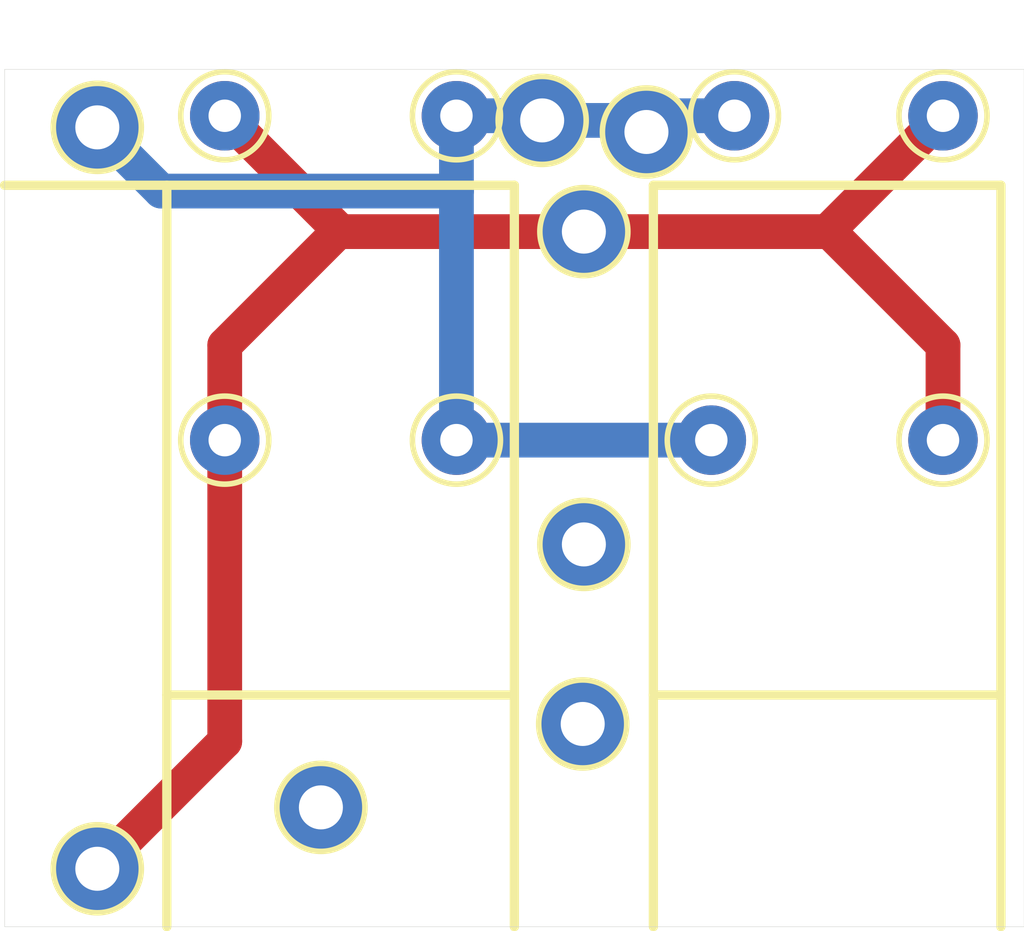
<source format=kicad_pcb>
(kicad_pcb (version 20171130) (host pcbnew "(5.0.1-3-g963ef8bb5)")

  (general
    (thickness 1.6)
    (drawings 12)
    (tracks 24)
    (zones 0)
    (modules 16)
    (nets 6)
  )

  (page A4)
  (layers
    (0 F.Cu signal)
    (31 B.Cu signal)
    (32 B.Adhes user)
    (33 F.Adhes user)
    (34 B.Paste user)
    (35 F.Paste user)
    (36 B.SilkS user)
    (37 F.SilkS user)
    (38 B.Mask user)
    (39 F.Mask user)
    (40 Dwgs.User user)
    (41 Cmts.User user hide)
    (42 Eco1.User user hide)
    (43 Eco2.User user hide)
    (44 Edge.Cuts user)
    (45 Margin user hide)
    (46 B.CrtYd user)
    (47 F.CrtYd user hide)
    (48 B.Fab user)
    (49 F.Fab user hide)
  )

  (setup
    (last_trace_width 0.25)
    (trace_clearance 0.2)
    (zone_clearance 0.508)
    (zone_45_only no)
    (trace_min 0.2)
    (segment_width 0.2)
    (edge_width 0.15)
    (via_size 0.8)
    (via_drill 0.4)
    (via_min_size 0.4)
    (via_min_drill 0.3)
    (uvia_size 0.3)
    (uvia_drill 0.1)
    (uvias_allowed no)
    (uvia_min_size 0.2)
    (uvia_min_drill 0.1)
    (pcb_text_width 0.3)
    (pcb_text_size 1.5 1.5)
    (mod_edge_width 0.15)
    (mod_text_size 1 1)
    (mod_text_width 0.15)
    (pad_size 1.8 1.8)
    (pad_drill 0.95)
    (pad_to_mask_clearance 0.051)
    (solder_mask_min_width 0.25)
    (aux_axis_origin 0 0)
    (visible_elements FFFFFF7F)
    (pcbplotparams
      (layerselection 0x010fc_ffffffff)
      (usegerberextensions false)
      (usegerberattributes false)
      (usegerberadvancedattributes false)
      (creategerberjobfile false)
      (excludeedgelayer true)
      (linewidth 0.100000)
      (plotframeref false)
      (viasonmask false)
      (mode 1)
      (useauxorigin false)
      (hpglpennumber 1)
      (hpglpenspeed 20)
      (hpglpendiameter 15.000000)
      (psnegative false)
      (psa4output false)
      (plotreference true)
      (plotvalue true)
      (plotinvisibletext false)
      (padsonsilk false)
      (subtractmaskfromsilk false)
      (outputformat 1)
      (mirror false)
      (drillshape 1)
      (scaleselection 1)
      (outputdirectory ""))
  )

  (net 0 "")
  (net 1 "Net-(J1-Pad1)")
  (net 2 "Net-(J10-Pad1)")
  (net 3 "Net-(J14-Pad1)")
  (net 4 "Net-(J15-Pad1)")
  (net 5 "Net-(J16-Pad1)")

  (net_class Default "This is the default net class."
    (clearance 0.2)
    (trace_width 0.25)
    (via_dia 0.8)
    (via_drill 0.4)
    (uvia_dia 0.3)
    (uvia_drill 0.1)
    (add_net "Net-(J14-Pad1)")
    (add_net "Net-(J15-Pad1)")
    (add_net "Net-(J16-Pad1)")
  )

  (net_class trk50 ""
    (clearance 0.2)
    (trace_width 0.5)
    (via_dia 0.8)
    (via_drill 0.4)
    (uvia_dia 0.3)
    (uvia_drill 0.1)
  )

  (net_class trk75 ""
    (clearance 0.2)
    (trace_width 0.75)
    (via_dia 0.8)
    (via_drill 0.4)
    (uvia_dia 0.3)
    (uvia_drill 0.1)
    (add_net "Net-(J1-Pad1)")
    (add_net "Net-(J10-Pad1)")
  )

  (module TestPoint:TestPoint_THTPad_D1.5mm_Drill0.7mm (layer F.Cu) (tedit 5CBA584E) (tstamp 5CBA5AAF)
    (at 74.35 121.35)
    (descr "THT pad as test Point, diameter 1.5mm, hole diameter 0.7mm")
    (tags "test point THT pad")
    (path /5C8A8A73)
    (attr virtual)
    (fp_text reference J1 (at 0 -1.648) (layer F.SilkS) hide
      (effects (font (size 1 1) (thickness 0.15)))
    )
    (fp_text value Conn_01x01 (at 0 1.75) (layer F.Fab)
      (effects (font (size 1 1) (thickness 0.15)))
    )
    (fp_text user %R (at 0 -1.65) (layer F.Fab)
      (effects (font (size 1 1) (thickness 0.15)))
    )
    (fp_circle (center 0 0) (end 1.25 0) (layer F.CrtYd) (width 0.05))
    (fp_circle (center 0 0) (end 0 0.95) (layer F.SilkS) (width 0.12))
    (pad 1 thru_hole circle (at 0 0) (size 1.8 1.8) (drill 0.95) (layers *.Cu *.Mask)
      (net 1 "Net-(J1-Pad1)"))
  )

  (module TestPoint:TestPoint_THTPad_D1.5mm_Drill0.7mm (layer F.Cu) (tedit 5CBA56DF) (tstamp 5CBA5AB6)
    (at 70.25 121)
    (descr "THT pad as test Point, diameter 1.5mm, hole diameter 0.7mm")
    (tags "test point THT pad")
    (path /5C8AD107)
    (attr virtual)
    (fp_text reference J2 (at 0 -1.648) (layer F.SilkS) hide
      (effects (font (size 1 1) (thickness 0.15)))
    )
    (fp_text value Conn_01x01 (at 0 1.75) (layer F.Fab)
      (effects (font (size 1 1) (thickness 0.15)))
    )
    (fp_text user %R (at 0 -1.65) (layer F.Fab)
      (effects (font (size 1 1) (thickness 0.15)))
    )
    (fp_circle (center 0 0) (end 1.25 0) (layer F.CrtYd) (width 0.05))
    (fp_circle (center 0 0) (end 0 0.95) (layer F.SilkS) (width 0.12))
    (pad 1 thru_hole circle (at 0 0) (size 1.5 1.5) (drill 0.7) (layers *.Cu *.Mask)
      (net 1 "Net-(J1-Pad1)"))
  )

  (module TestPoint:TestPoint_THTPad_D1.5mm_Drill0.7mm (layer F.Cu) (tedit 5CBA56F2) (tstamp 5CBA5ABD)
    (at 76.25 121)
    (descr "THT pad as test Point, diameter 1.5mm, hole diameter 0.7mm")
    (tags "test point THT pad")
    (path /5C8A8B53)
    (attr virtual)
    (fp_text reference J3 (at 0 -1.648) (layer F.SilkS) hide
      (effects (font (size 1 1) (thickness 0.15)))
    )
    (fp_text value Conn_01x01 (at 0 1.75) (layer F.Fab)
      (effects (font (size 1 1) (thickness 0.15)))
    )
    (fp_circle (center 0 0) (end 0 0.95) (layer F.SilkS) (width 0.12))
    (fp_circle (center 0 0) (end 1.25 0) (layer F.CrtYd) (width 0.05))
    (fp_text user %R (at 0 -1.65) (layer F.Fab)
      (effects (font (size 1 1) (thickness 0.15)))
    )
    (pad 1 thru_hole circle (at 0 0) (size 1.5 1.5) (drill 0.7) (layers *.Cu *.Mask)
      (net 1 "Net-(J1-Pad1)"))
  )

  (module TestPoint:TestPoint_THTPad_D1.5mm_Drill0.7mm (layer F.Cu) (tedit 5CBA56D8) (tstamp 5CBA5AC4)
    (at 65.25 121)
    (descr "THT pad as test Point, diameter 1.5mm, hole diameter 0.7mm")
    (tags "test point THT pad")
    (path /5C8AD1BF)
    (attr virtual)
    (fp_text reference J4 (at 0 -1.648) (layer F.SilkS) hide
      (effects (font (size 1 1) (thickness 0.15)))
    )
    (fp_text value Conn_01x01 (at 0 1.75) (layer F.Fab)
      (effects (font (size 1 1) (thickness 0.15)))
    )
    (fp_circle (center 0 0) (end 0 0.95) (layer F.SilkS) (width 0.12))
    (fp_circle (center 0 0) (end 1.25 0) (layer F.CrtYd) (width 0.05))
    (fp_text user %R (at 0 -1.65) (layer F.Fab)
      (effects (font (size 1 1) (thickness 0.15)))
    )
    (pad 1 thru_hole circle (at 0 0) (size 1.5 1.5) (drill 0.7) (layers *.Cu *.Mask)
      (net 2 "Net-(J10-Pad1)"))
  )

  (module TestPoint:TestPoint_THTPad_D1.5mm_Drill0.7mm (layer F.Cu) (tedit 5CBA585A) (tstamp 5CBA5ACB)
    (at 73 123.5)
    (descr "THT pad as test Point, diameter 1.5mm, hole diameter 0.7mm")
    (tags "test point THT pad")
    (path /5C8AD1E2)
    (attr virtual)
    (fp_text reference J5 (at 0 -1.648) (layer F.SilkS) hide
      (effects (font (size 1 1) (thickness 0.15)))
    )
    (fp_text value Conn_01x01 (at 0 1.75) (layer F.Fab)
      (effects (font (size 1 1) (thickness 0.15)))
    )
    (fp_text user %R (at 0 -1.65) (layer F.Fab)
      (effects (font (size 1 1) (thickness 0.15)))
    )
    (fp_circle (center 0 0) (end 1.25 0) (layer F.CrtYd) (width 0.05))
    (fp_circle (center 0 0) (end 0 0.95) (layer F.SilkS) (width 0.12))
    (pad 1 thru_hole circle (at 0 0) (size 1.8 1.8) (drill 0.95) (layers *.Cu *.Mask)
      (net 2 "Net-(J10-Pad1)"))
  )

  (module TestPoint:TestPoint_THTPad_D1.5mm_Drill0.7mm (layer F.Cu) (tedit 5CBA56F7) (tstamp 5CBA5AD2)
    (at 80.75 121)
    (descr "THT pad as test Point, diameter 1.5mm, hole diameter 0.7mm")
    (tags "test point THT pad")
    (path /5C8AD205)
    (attr virtual)
    (fp_text reference J6 (at 0 -1.648) (layer F.SilkS) hide
      (effects (font (size 1 1) (thickness 0.15)))
    )
    (fp_text value Conn_01x01 (at 0 1.75) (layer F.Fab)
      (effects (font (size 1 1) (thickness 0.15)))
    )
    (fp_circle (center 0 0) (end 0 0.95) (layer F.SilkS) (width 0.12))
    (fp_circle (center 0 0) (end 1.25 0) (layer F.CrtYd) (width 0.05))
    (fp_text user %R (at 0 -1.65) (layer F.Fab)
      (effects (font (size 1 1) (thickness 0.15)))
    )
    (pad 1 thru_hole circle (at 0 0) (size 1.5 1.5) (drill 0.7) (layers *.Cu *.Mask)
      (net 2 "Net-(J10-Pad1)"))
  )

  (module TestPoint:TestPoint_THTPad_D1.5mm_Drill0.7mm (layer F.Cu) (tedit 5CBC9A04) (tstamp 5CBA5AD9)
    (at 62.5 121.25)
    (descr "THT pad as test Point, diameter 1.5mm, hole diameter 0.7mm")
    (tags "test point THT pad")
    (path /5C8C1DA8)
    (attr virtual)
    (fp_text reference J7 (at 0 -1.648) (layer F.SilkS) hide
      (effects (font (size 1 1) (thickness 0.15)))
    )
    (fp_text value Conn_01x01 (at 0 1.75) (layer F.Fab)
      (effects (font (size 1 1) (thickness 0.15)))
    )
    (fp_text user %R (at 0 -1.65) (layer F.Fab)
      (effects (font (size 1 1) (thickness 0.15)))
    )
    (fp_circle (center 0 0) (end 1.25 0) (layer F.CrtYd) (width 0.05))
    (fp_circle (center 0 0) (end 0 0.95) (layer F.SilkS) (width 0.12))
    (pad 1 thru_hole circle (at 0 0) (size 1.8 1.8) (drill 0.95) (layers *.Cu *.Mask)
      (net 1 "Net-(J1-Pad1)"))
  )

  (module TestPoint:TestPoint_THTPad_D1.5mm_Drill0.7mm (layer F.Cu) (tedit 5CBA574B) (tstamp 5CBA5AE0)
    (at 62.5 137.25)
    (descr "THT pad as test Point, diameter 1.5mm, hole diameter 0.7mm")
    (tags "test point THT pad")
    (path /5C8C1E79)
    (attr virtual)
    (fp_text reference J8 (at 0 -1.648) (layer F.SilkS) hide
      (effects (font (size 1 1) (thickness 0.15)))
    )
    (fp_text value Conn_01x01 (at 0 1.75) (layer F.Fab)
      (effects (font (size 1 1) (thickness 0.15)))
    )
    (fp_circle (center 0 0) (end 0 0.95) (layer F.SilkS) (width 0.12))
    (fp_circle (center 0 0) (end 1.25 0) (layer F.CrtYd) (width 0.05))
    (fp_text user %R (at 0 -1.65) (layer F.Fab)
      (effects (font (size 1 1) (thickness 0.15)))
    )
    (pad 1 thru_hole circle (at 0 0) (size 1.8 1.8) (drill 0.95) (layers *.Cu *.Mask)
      (net 2 "Net-(J10-Pad1)"))
  )

  (module TestPoint:TestPoint_THTPad_D1.5mm_Drill0.7mm (layer F.Cu) (tedit 5CBA570A) (tstamp 5CBA5AE7)
    (at 75.75 128)
    (descr "THT pad as test Point, diameter 1.5mm, hole diameter 0.7mm")
    (tags "test point THT pad")
    (path /5C8C1DD8)
    (attr virtual)
    (fp_text reference J9 (at 0 -1.648) (layer F.SilkS) hide
      (effects (font (size 1 1) (thickness 0.15)))
    )
    (fp_text value Conn_01x01 (at 0 1.75) (layer F.Fab)
      (effects (font (size 1 1) (thickness 0.15)))
    )
    (fp_circle (center 0 0) (end 0 0.95) (layer F.SilkS) (width 0.12))
    (fp_circle (center 0 0) (end 1.25 0) (layer F.CrtYd) (width 0.05))
    (fp_text user %R (at 0 -1.65) (layer F.Fab)
      (effects (font (size 1 1) (thickness 0.15)))
    )
    (pad 1 thru_hole circle (at 0 0) (size 1.5 1.5) (drill 0.7) (layers *.Cu *.Mask)
      (net 1 "Net-(J1-Pad1)"))
  )

  (module TestPoint:TestPoint_THTPad_D1.5mm_Drill0.7mm (layer F.Cu) (tedit 5CBA5705) (tstamp 5CBA5AEE)
    (at 80.75 128)
    (descr "THT pad as test Point, diameter 1.5mm, hole diameter 0.7mm")
    (tags "test point THT pad")
    (path /5C8C1ECC)
    (attr virtual)
    (fp_text reference J10 (at 0 -1.648) (layer F.SilkS) hide
      (effects (font (size 1 1) (thickness 0.15)))
    )
    (fp_text value Conn_01x01 (at 0 1.75) (layer F.Fab)
      (effects (font (size 1 1) (thickness 0.15)))
    )
    (fp_text user %R (at 0 -1.65) (layer F.Fab)
      (effects (font (size 1 1) (thickness 0.15)))
    )
    (fp_circle (center 0 0) (end 1.25 0) (layer F.CrtYd) (width 0.05))
    (fp_circle (center 0 0) (end 0 0.95) (layer F.SilkS) (width 0.12))
    (pad 1 thru_hole circle (at 0 0) (size 1.5 1.5) (drill 0.7) (layers *.Cu *.Mask)
      (net 2 "Net-(J10-Pad1)"))
  )

  (module TestPoint:TestPoint_THTPad_D1.5mm_Drill0.7mm (layer F.Cu) (tedit 5CBA583F) (tstamp 5CBA5AF5)
    (at 72.1 121.1)
    (descr "THT pad as test Point, diameter 1.5mm, hole diameter 0.7mm")
    (tags "test point THT pad")
    (path /5C8C1E07)
    (attr virtual)
    (fp_text reference J11 (at 0 -1.648) (layer F.SilkS) hide
      (effects (font (size 1 1) (thickness 0.15)))
    )
    (fp_text value Conn_01x01 (at 0 1.75) (layer F.Fab)
      (effects (font (size 1 1) (thickness 0.15)))
    )
    (fp_text user %R (at 0 -1.65) (layer F.Fab)
      (effects (font (size 1 1) (thickness 0.15)))
    )
    (fp_circle (center 0 0) (end 1.25 0) (layer F.CrtYd) (width 0.05))
    (fp_circle (center 0 0) (end 0 0.95) (layer F.SilkS) (width 0.12))
    (pad 1 thru_hole circle (at 0 0) (size 1.8 1.8) (drill 0.95) (layers *.Cu *.Mask)
      (net 1 "Net-(J1-Pad1)"))
  )

  (module TestPoint:TestPoint_THTPad_D1.5mm_Drill0.7mm (layer F.Cu) (tedit 5CBA571C) (tstamp 5CBA5AFC)
    (at 65.25 128)
    (descr "THT pad as test Point, diameter 1.5mm, hole diameter 0.7mm")
    (tags "test point THT pad")
    (path /5C8C1F26)
    (attr virtual)
    (fp_text reference J12 (at 0 -1.648) (layer F.SilkS) hide
      (effects (font (size 1 1) (thickness 0.15)))
    )
    (fp_text value Conn_01x01 (at 0 1.75) (layer F.Fab)
      (effects (font (size 1 1) (thickness 0.15)))
    )
    (fp_circle (center 0 0) (end 0 0.95) (layer F.SilkS) (width 0.12))
    (fp_circle (center 0 0) (end 1.25 0) (layer F.CrtYd) (width 0.05))
    (fp_text user %R (at 0 -1.65) (layer F.Fab)
      (effects (font (size 1 1) (thickness 0.15)))
    )
    (pad 1 thru_hole circle (at 0 0) (size 1.5 1.5) (drill 0.7) (layers *.Cu *.Mask)
      (net 2 "Net-(J10-Pad1)"))
  )

  (module TestPoint:TestPoint_THTPad_D1.5mm_Drill0.7mm (layer F.Cu) (tedit 5CBA5716) (tstamp 5CBA5B03)
    (at 70.25 128)
    (descr "THT pad as test Point, diameter 1.5mm, hole diameter 0.7mm")
    (tags "test point THT pad")
    (path /5C8C202D)
    (attr virtual)
    (fp_text reference J13 (at 0 -1.648) (layer F.SilkS) hide
      (effects (font (size 1 1) (thickness 0.15)))
    )
    (fp_text value Conn_01x01 (at 0 1.75) (layer F.Fab)
      (effects (font (size 1 1) (thickness 0.15)))
    )
    (fp_text user %R (at 0 -1.65) (layer F.Fab)
      (effects (font (size 1 1) (thickness 0.15)))
    )
    (fp_circle (center 0 0) (end 1.25 0) (layer F.CrtYd) (width 0.05))
    (fp_circle (center 0 0) (end 0 0.95) (layer F.SilkS) (width 0.12))
    (pad 1 thru_hole circle (at 0 0) (size 1.5 1.5) (drill 0.7) (layers *.Cu *.Mask)
      (net 1 "Net-(J1-Pad1)"))
  )

  (module TestPoint:TestPoint_THTPad_D1.5mm_Drill0.7mm (layer F.Cu) (tedit 5CBC8944) (tstamp 5CBA5B0A)
    (at 73 130.25)
    (descr "THT pad as test Point, diameter 1.5mm, hole diameter 0.7mm")
    (tags "test point THT pad")
    (path /5C8C2CAF)
    (attr virtual)
    (fp_text reference J14 (at 0 -1.648) (layer F.SilkS) hide
      (effects (font (size 1 1) (thickness 0.15)))
    )
    (fp_text value Conn_01x01 (at 0 1.75) (layer F.Fab)
      (effects (font (size 1 1) (thickness 0.15)))
    )
    (fp_circle (center 0 0) (end 0 0.95) (layer F.SilkS) (width 0.12))
    (fp_circle (center 0 0) (end 1.25 0) (layer F.CrtYd) (width 0.05))
    (fp_text user %R (at 0 -1.65) (layer F.Fab)
      (effects (font (size 1 1) (thickness 0.15)))
    )
    (pad 1 thru_hole circle (at 0 0) (size 1.8 1.8) (drill 0.95) (layers *.Cu *.Mask)
      (net 3 "Net-(J14-Pad1)"))
  )

  (module TestPoint:TestPoint_THTPad_D1.5mm_Drill0.7mm (layer F.Cu) (tedit 5CBC9A5B) (tstamp 5CBA5B11)
    (at 67.325 135.925)
    (descr "THT pad as test Point, diameter 1.5mm, hole diameter 0.7mm")
    (tags "test point THT pad")
    (path /5C8C3AA7)
    (attr virtual)
    (fp_text reference J15 (at 0 -1.648) (layer F.SilkS) hide
      (effects (font (size 1 1) (thickness 0.15)))
    )
    (fp_text value Conn_01x01 (at 0 1.75) (layer F.Fab)
      (effects (font (size 1 1) (thickness 0.15)))
    )
    (fp_text user %R (at 0 -1.65) (layer F.Fab)
      (effects (font (size 1 1) (thickness 0.15)))
    )
    (fp_circle (center 0 0) (end 1.25 0) (layer F.CrtYd) (width 0.05))
    (fp_circle (center 0 0) (end 0 0.95) (layer F.SilkS) (width 0.12))
    (pad 1 thru_hole circle (at 0 0) (size 1.8 1.8) (drill 0.95) (layers *.Cu *.Mask)
      (net 4 "Net-(J15-Pad1)"))
  )

  (module TestPoint:TestPoint_THTPad_D1.5mm_Drill0.7mm (layer F.Cu) (tedit 5CBC8D82) (tstamp 5CBC85CE)
    (at 72.975 134.125)
    (descr "THT pad as test Point, diameter 1.5mm, hole diameter 0.7mm")
    (tags "test point THT pad")
    (path /5CBC86E0)
    (attr virtual)
    (fp_text reference J16 (at 0 -1.648) (layer F.SilkS) hide
      (effects (font (size 1 1) (thickness 0.15)))
    )
    (fp_text value Conn_01x01 (at 0 1.75) (layer F.Fab)
      (effects (font (size 1 1) (thickness 0.15)))
    )
    (fp_text user %R (at 0 -1.65) (layer F.Fab)
      (effects (font (size 1 1) (thickness 0.15)))
    )
    (fp_circle (center 0 0) (end 1.25 0) (layer F.CrtYd) (width 0.05))
    (fp_circle (center 0 0) (end 0 0.95) (layer F.SilkS) (width 0.12))
    (pad 1 thru_hole circle (at 0 0) (size 1.8 1.8) (drill 0.95) (layers *.Cu *.Mask)
      (net 5 "Net-(J16-Pad1)"))
  )

  (gr_line (start 71.5 133.5) (end 64 133.5) (layer F.SilkS) (width 0.2))
  (gr_line (start 82 133.5) (end 74.5 133.5) (layer F.SilkS) (width 0.2))
  (gr_line (start 64 122.5) (end 64 138.5) (layer F.SilkS) (width 0.2))
  (gr_line (start 74.5 138.5) (end 74.5 122.5) (layer F.SilkS) (width 0.2))
  (gr_line (start 82 122.5) (end 82 138.5) (layer F.SilkS) (width 0.2))
  (gr_line (start 74.5 122.5) (end 82 122.5) (layer F.SilkS) (width 0.2))
  (gr_line (start 60.5 122.5) (end 71.5 122.5) (layer F.SilkS) (width 0.2))
  (gr_line (start 71.5 122.5) (end 71.5 138.5) (layer F.SilkS) (width 0.2))
  (gr_line (start 60.5 138.5) (end 82.5 138.5) (layer Edge.Cuts) (width 0.01))
  (gr_line (start 82.5 120) (end 60.5 120) (layer Edge.Cuts) (width 0.01))
  (gr_line (start 82.5 138.5) (end 82.5 120) (layer Edge.Cuts) (width 0.01) (tstamp 5C8C39EE))
  (gr_line (start 60.5 120) (end 60.5 138.5) (layer Edge.Cuts) (width 0.01))

  (segment (start 74 121) (end 74.35 121.35) (width 0.75) (layer B.Cu) (net 1))
  (segment (start 70.25 128) (end 75.75 128) (width 0.75) (layer B.Cu) (net 1))
  (segment (start 72 121) (end 72.1 121.1) (width 0.75) (layer B.Cu) (net 1))
  (segment (start 70.25 121) (end 72 121) (width 0.75) (layer B.Cu) (net 1))
  (segment (start 74.7 121) (end 74.35 121.35) (width 0.75) (layer B.Cu) (net 1))
  (segment (start 76.25 121) (end 74.7 121) (width 0.75) (layer B.Cu) (net 1))
  (segment (start 74.1 121.1) (end 74.35 121.35) (width 0.75) (layer B.Cu) (net 1))
  (segment (start 72.1 121.1) (end 74.1 121.1) (width 0.75) (layer B.Cu) (net 1))
  (segment (start 63.875 122.625) (end 62.5 121.25) (width 0.75) (layer B.Cu) (net 1))
  (segment (start 70.25 122.625) (end 63.875 122.625) (width 0.75) (layer B.Cu) (net 1))
  (segment (start 70.25 128) (end 70.25 122.625) (width 0.75) (layer B.Cu) (net 1))
  (segment (start 70.25 122.625) (end 70.25 121) (width 0.75) (layer B.Cu) (net 1))
  (segment (start 65.25 134.5) (end 62.5 137.25) (width 0.75) (layer F.Cu) (net 2))
  (segment (start 65.25 128) (end 65.25 134.5) (width 0.75) (layer F.Cu) (net 2))
  (segment (start 67.75 123.5) (end 65.25 121) (width 0.75) (layer F.Cu) (net 2))
  (segment (start 73 123.5) (end 67.75 123.5) (width 0.75) (layer F.Cu) (net 2))
  (segment (start 65.25 125.95) (end 65.25 128) (width 0.75) (layer F.Cu) (net 2))
  (segment (start 67.7 123.5) (end 65.25 125.95) (width 0.75) (layer F.Cu) (net 2))
  (segment (start 67.75 123.5) (end 67.7 123.5) (width 0.75) (layer F.Cu) (net 2))
  (segment (start 78.25 123.5) (end 80.75 121) (width 0.75) (layer F.Cu) (net 2))
  (segment (start 73 123.5) (end 78.25 123.5) (width 0.75) (layer F.Cu) (net 2))
  (segment (start 80.75 125.95) (end 80.75 128) (width 0.75) (layer F.Cu) (net 2))
  (segment (start 78.3 123.5) (end 80.75 125.95) (width 0.75) (layer F.Cu) (net 2))
  (segment (start 78.25 123.5) (end 78.3 123.5) (width 0.75) (layer F.Cu) (net 2))

)

</source>
